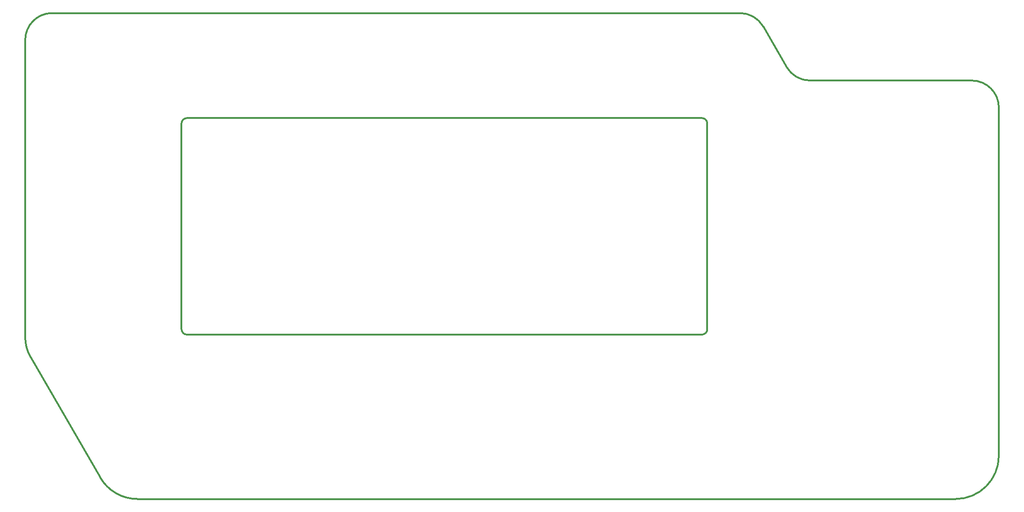
<source format=gbr>
G04 #@! TF.GenerationSoftware,KiCad,Pcbnew,(5.1.4)-1*
G04 #@! TF.CreationDate,2020-03-27T13:23:33-04:00*
G04 #@! TF.ProjectId,stepUP_lcd,73746570-5550-45f6-9c63-642e6b696361,rev?*
G04 #@! TF.SameCoordinates,Original*
G04 #@! TF.FileFunction,Profile,NP*
%FSLAX46Y46*%
G04 Gerber Fmt 4.6, Leading zero omitted, Abs format (unit mm)*
G04 Created by KiCad (PCBNEW (5.1.4)-1) date 2020-03-27 13:23:33*
%MOMM*%
%LPD*%
G04 APERTURE LIST*
%ADD10C,0.304799*%
G04 APERTURE END LIST*
D10*
X172350000Y-94050000D02*
G75*
G02X171350000Y-95050000I-1000000J0D01*
G01*
X171350000Y-95050000D02*
X76150000Y-95050000D01*
X76150000Y-54950000D02*
X171350000Y-54950000D01*
X67029056Y-125500001D02*
X218249999Y-125500000D01*
X226249999Y-117500000D02*
G75*
G02X218249999Y-125500000I-8000000J0D01*
G01*
X226249999Y-117500000D02*
X226250000Y-53000001D01*
X172350000Y-55950000D02*
X172350000Y-94050000D01*
X75150000Y-94050000D02*
X75150000Y-55950000D01*
X67029056Y-125500001D02*
G75*
G02X60100852Y-121500001I0J8000001D01*
G01*
X75150000Y-55950000D02*
G75*
G02X76150000Y-54950000I1000000J0D01*
G01*
X171350000Y-54950000D02*
G75*
G02X172350000Y-55950000I0J-1000000D01*
G01*
X76149999Y-95050001D02*
G75*
G02X75150000Y-94050000I1J1000000D01*
G01*
X178363247Y-35500001D02*
X51250000Y-35500000D01*
X187023502Y-45500000D02*
X182693375Y-38000000D01*
X178363247Y-35500001D02*
G75*
G02X182693375Y-38000000I1J-5000000D01*
G01*
X221250000Y-48000001D02*
X191353629Y-48000000D01*
X47254809Y-99250000D02*
X60100852Y-121500001D01*
X47254809Y-99250000D02*
G75*
G02X46250000Y-95500000I6495191J3750000D01*
G01*
X46250000Y-40500000D02*
X46250000Y-95500000D01*
X46250000Y-40500000D02*
G75*
G02X51250000Y-35500000I5000000J0D01*
G01*
X191353629Y-48000000D02*
G75*
G02X187023502Y-45500000I0J5000000D01*
G01*
X221250000Y-48000001D02*
G75*
G02X226250000Y-53000001I0J-5000000D01*
G01*
M02*

</source>
